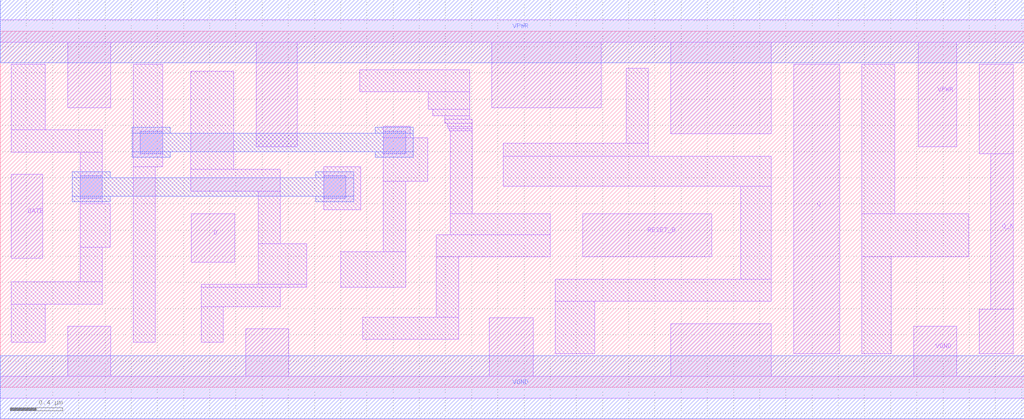
<source format=lef>
# Copyright 2020 The SkyWater PDK Authors
#
# Licensed under the Apache License, Version 2.0 (the "License");
# you may not use this file except in compliance with the License.
# You may obtain a copy of the License at
#
#     https://www.apache.org/licenses/LICENSE-2.0
#
# Unless required by applicable law or agreed to in writing, software
# distributed under the License is distributed on an "AS IS" BASIS,
# WITHOUT WARRANTIES OR CONDITIONS OF ANY KIND, either express or implied.
# See the License for the specific language governing permissions and
# limitations under the License.
#
# SPDX-License-Identifier: Apache-2.0

VERSION 5.5 ;
NAMESCASESENSITIVE ON ;
BUSBITCHARS "[]" ;
DIVIDERCHAR "/" ;
MACRO sky130_fd_sc_hd__dlrbp_1
  CLASS CORE ;
  SOURCE USER ;
  ORIGIN  0.000000  0.000000 ;
  SIZE  7.820000 BY  2.720000 ;
  SYMMETRY X Y R90 ;
  SITE unithd ;
  PIN D
    ANTENNAGATEAREA  0.159000 ;
    DIRECTION INPUT ;
    USE SIGNAL ;
    PORT
      LAYER li1 ;
        RECT 1.460000 0.955000 1.790000 1.325000 ;
    END
  END D
  PIN Q
    ANTENNADIFFAREA  0.429000 ;
    DIRECTION OUTPUT ;
    USE SIGNAL ;
    PORT
      LAYER li1 ;
        RECT 6.060000 0.255000 6.410000 2.465000 ;
    END
  END Q
  PIN Q_N
    ANTENNADIFFAREA  0.429000 ;
    DIRECTION OUTPUT ;
    USE SIGNAL ;
    PORT
      LAYER li1 ;
        RECT 7.475000 0.255000 7.735000 0.595000 ;
        RECT 7.475000 1.785000 7.735000 2.465000 ;
        RECT 7.565000 0.595000 7.735000 1.785000 ;
    END
  END Q_N
  PIN RESET_B
    ANTENNAGATEAREA  0.247500 ;
    DIRECTION INPUT ;
    USE SIGNAL ;
    PORT
      LAYER li1 ;
        RECT 4.450000 0.995000 5.435000 1.325000 ;
    END
  END RESET_B
  PIN GATE
    ANTENNAGATEAREA  0.159000 ;
    DIRECTION INPUT ;
    USE CLOCK ;
    PORT
      LAYER li1 ;
        RECT 0.085000 0.985000 0.325000 1.625000 ;
    END
  END GATE
  PIN VGND
    DIRECTION INOUT ;
    SHAPE ABUTMENT ;
    USE GROUND ;
    PORT
      LAYER li1 ;
        RECT 0.000000 -0.085000 7.820000 0.085000 ;
        RECT 0.515000  0.085000 0.845000 0.465000 ;
        RECT 1.875000  0.085000 2.205000 0.445000 ;
        RECT 3.735000  0.085000 4.070000 0.530000 ;
        RECT 5.120000  0.085000 5.890000 0.485000 ;
        RECT 6.975000  0.085000 7.305000 0.465000 ;
    END
    PORT
      LAYER met1 ;
        RECT 0.000000 -0.240000 7.820000 0.240000 ;
    END
  END VGND
  PIN VNB
    DIRECTION INOUT ;
    USE GROUND ;
    PORT
    END
  END VNB
  PIN VPB
    DIRECTION INOUT ;
    USE POWER ;
    PORT
    END
  END VPB
  PIN VPWR
    DIRECTION INOUT ;
    SHAPE ABUTMENT ;
    USE POWER ;
    PORT
      LAYER li1 ;
        RECT 0.000000 2.635000 7.820000 2.805000 ;
        RECT 0.515000 2.135000 0.845000 2.635000 ;
        RECT 1.955000 1.835000 2.270000 2.635000 ;
        RECT 3.755000 2.135000 4.590000 2.635000 ;
        RECT 5.120000 1.935000 5.890000 2.635000 ;
        RECT 7.010000 1.835000 7.305000 2.635000 ;
    END
    PORT
      LAYER met1 ;
        RECT 0.000000 2.480000 7.820000 2.960000 ;
    END
  END VPWR
  OBS
    LAYER li1 ;
      RECT 0.085000 0.345000 0.345000 0.635000 ;
      RECT 0.085000 0.635000 0.780000 0.805000 ;
      RECT 0.085000 1.795000 0.780000 1.965000 ;
      RECT 0.085000 1.965000 0.345000 2.465000 ;
      RECT 0.610000 0.805000 0.780000 1.070000 ;
      RECT 0.610000 1.070000 0.840000 1.400000 ;
      RECT 0.610000 1.400000 0.780000 1.795000 ;
      RECT 1.015000 0.345000 1.185000 1.685000 ;
      RECT 1.015000 1.685000 1.240000 2.465000 ;
      RECT 1.455000 1.495000 2.140000 1.665000 ;
      RECT 1.455000 1.665000 1.785000 2.415000 ;
      RECT 1.535000 0.345000 1.705000 0.615000 ;
      RECT 1.535000 0.615000 2.140000 0.765000 ;
      RECT 1.535000 0.765000 2.340000 0.785000 ;
      RECT 1.970000 0.785000 2.340000 1.095000 ;
      RECT 1.970000 1.095000 2.140000 1.495000 ;
      RECT 2.470000 1.355000 2.755000 1.685000 ;
      RECT 2.600000 0.765000 3.095000 1.035000 ;
      RECT 2.745000 2.255000 3.585000 2.425000 ;
      RECT 2.770000 0.365000 3.500000 0.535000 ;
      RECT 2.925000 1.035000 3.095000 1.575000 ;
      RECT 2.925000 1.575000 3.265000 1.905000 ;
      RECT 2.925000 1.905000 3.130000 1.995000 ;
      RECT 3.270000 2.125000 3.585000 2.255000 ;
      RECT 3.305000 2.075000 3.585000 2.125000 ;
      RECT 3.330000 0.535000 3.500000 0.995000 ;
      RECT 3.330000 0.995000 4.200000 1.165000 ;
      RECT 3.395000 2.015000 3.605000 2.045000 ;
      RECT 3.395000 2.045000 3.585000 2.075000 ;
      RECT 3.415000 1.990000 3.605000 2.015000 ;
      RECT 3.420000 1.975000 3.605000 1.990000 ;
      RECT 3.430000 1.960000 3.605000 1.975000 ;
      RECT 3.435000 1.165000 4.200000 1.325000 ;
      RECT 3.435000 1.325000 3.605000 1.960000 ;
      RECT 3.840000 1.535000 5.890000 1.765000 ;
      RECT 3.840000 1.765000 4.950000 1.865000 ;
      RECT 4.240000 0.255000 4.540000 0.655000 ;
      RECT 4.240000 0.655000 5.890000 0.825000 ;
      RECT 4.780000 1.865000 4.950000 2.435000 ;
      RECT 5.655000 0.825000 5.890000 1.535000 ;
      RECT 6.580000 0.255000 6.805000 0.995000 ;
      RECT 6.580000 0.995000 7.395000 1.325000 ;
      RECT 6.580000 1.325000 6.830000 2.465000 ;
    LAYER mcon ;
      RECT 0.610000 1.445000 0.780000 1.615000 ;
      RECT 1.070000 1.785000 1.240000 1.955000 ;
      RECT 2.470000 1.445000 2.640000 1.615000 ;
      RECT 2.925000 1.785000 3.095000 1.955000 ;
    LAYER met1 ;
      RECT 0.550000 1.415000 0.840000 1.460000 ;
      RECT 0.550000 1.460000 2.700000 1.600000 ;
      RECT 0.550000 1.600000 0.840000 1.645000 ;
      RECT 1.010000 1.755000 1.300000 1.800000 ;
      RECT 1.010000 1.800000 3.155000 1.940000 ;
      RECT 1.010000 1.940000 1.300000 1.985000 ;
      RECT 2.410000 1.415000 2.700000 1.460000 ;
      RECT 2.410000 1.600000 2.700000 1.645000 ;
      RECT 2.865000 1.755000 3.155000 1.800000 ;
      RECT 2.865000 1.940000 3.155000 1.985000 ;
  END
END sky130_fd_sc_hd__dlrbp_1
END LIBRARY

</source>
